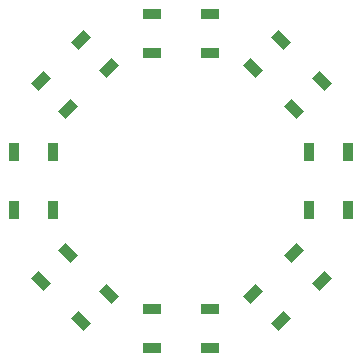
<source format=gbr>
%TF.GenerationSoftware,KiCad,Pcbnew,7.0.5-7.0.5~ubuntu20.04.1*%
%TF.CreationDate,2023-07-06T17:20:07+02:00*%
%TF.ProjectId,sao_barebones,73616f5f-6261-4726-9562-6f6e65732e6b,rev?*%
%TF.SameCoordinates,Original*%
%TF.FileFunction,Paste,Top*%
%TF.FilePolarity,Positive*%
%FSLAX45Y45*%
G04 Gerber Fmt 4.5, Leading zero omitted, Abs format (unit mm)*
G04 Created by KiCad (PCBNEW 7.0.5-7.0.5~ubuntu20.04.1) date 2023-07-06 17:20:07*
%MOMM*%
%LPD*%
G01*
G04 APERTURE LIST*
G04 Aperture macros list*
%AMRotRect*
0 Rectangle, with rotation*
0 The origin of the aperture is its center*
0 $1 length*
0 $2 width*
0 $3 Rotation angle, in degrees counterclockwise*
0 Add horizontal line*
21,1,$1,$2,0,0,$3*%
G04 Aperture macros list end*
%ADD10RotRect,1.500000X0.900000X315.000000*%
%ADD11R,1.500000X0.900000*%
%ADD12RotRect,1.500000X0.900000X45.000000*%
%ADD13R,0.900000X1.500000*%
%ADD14RotRect,1.500000X0.900000X225.000000*%
%ADD15RotRect,1.500000X0.900000X135.000000*%
G04 APERTURE END LIST*
D10*
%TO.C,D4*%
X14043431Y-8110086D03*
X13810086Y-8343431D03*
X14156568Y-8689914D03*
X14389914Y-8456569D03*
%TD*%
D11*
%TO.C,D3*%
X14755000Y-8585000D03*
X14755000Y-8915000D03*
X15245000Y-8915000D03*
X15245000Y-8585000D03*
%TD*%
D12*
%TO.C,D2*%
X15610086Y-8456569D03*
X15843431Y-8689914D03*
X16189914Y-8343431D03*
X15956568Y-8110086D03*
%TD*%
D13*
%TO.C,D1*%
X16085000Y-7745000D03*
X16415000Y-7745000D03*
X16415000Y-7255000D03*
X16085000Y-7255000D03*
%TD*%
D14*
%TO.C,D6*%
X14389914Y-6543431D03*
X14156568Y-6310086D03*
X13810086Y-6656568D03*
X14043431Y-6889914D03*
%TD*%
D11*
%TO.C,D7*%
X15245000Y-6415000D03*
X15245000Y-6085000D03*
X14755000Y-6085000D03*
X14755000Y-6415000D03*
%TD*%
D15*
%TO.C,D8*%
X15956568Y-6889914D03*
X16189914Y-6656568D03*
X15843431Y-6310086D03*
X15610086Y-6543431D03*
%TD*%
D13*
%TO.C,D5*%
X13915000Y-7255000D03*
X13585000Y-7255000D03*
X13585000Y-7745000D03*
X13915000Y-7745000D03*
%TD*%
M02*

</source>
